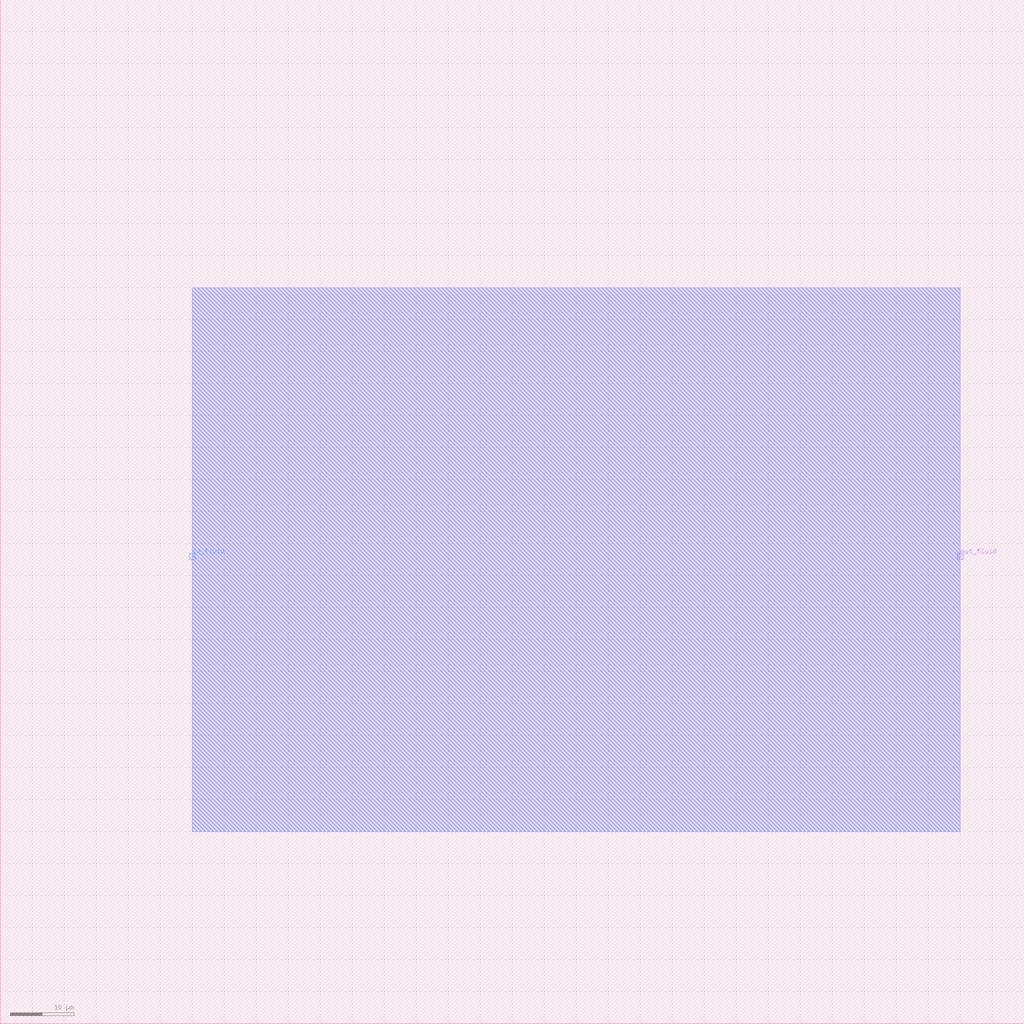
<source format=lef>

MACRO directional_res_400nl
  CLASS CORE ;
  ORIGIN  0 0 ;
  FOREIGN directional_res_400nl 0 0 ;
  SIZE 160 BY 160 ;
  SYMMETRY X Y ;
  SITE CoreSite ;
  PIN in_fluid
    DIRECTION INPUT ;
    USE SIGNAL ;
    PORT
      LAYER met4 ;
        RECT 29.5 72.5 30.5 73.5 ;
    END
  END in_fluid
  PIN out_fluid
    DIRECTION OUTPUT ;
    USE SIGNAL ;
    PORT
      LAYER met1 ;
        RECT 149.5 72.5 150.5 73.5 ;
    END
  END out_fluid
  OBS
    LAYER met1 ;
      RECT 30 30 150 115 ;
    LAYER met2 ;
      RECT 30 30 150 115 ;
    LAYER met3 ;
      RECT 30 30 150 115 ;
    LAYER met4 ;
      RECT 30 30 150 115 ;
  END
  PROPERTY CatenaDesignType "deviceLevel" ;
END directional_res_400nl

</source>
